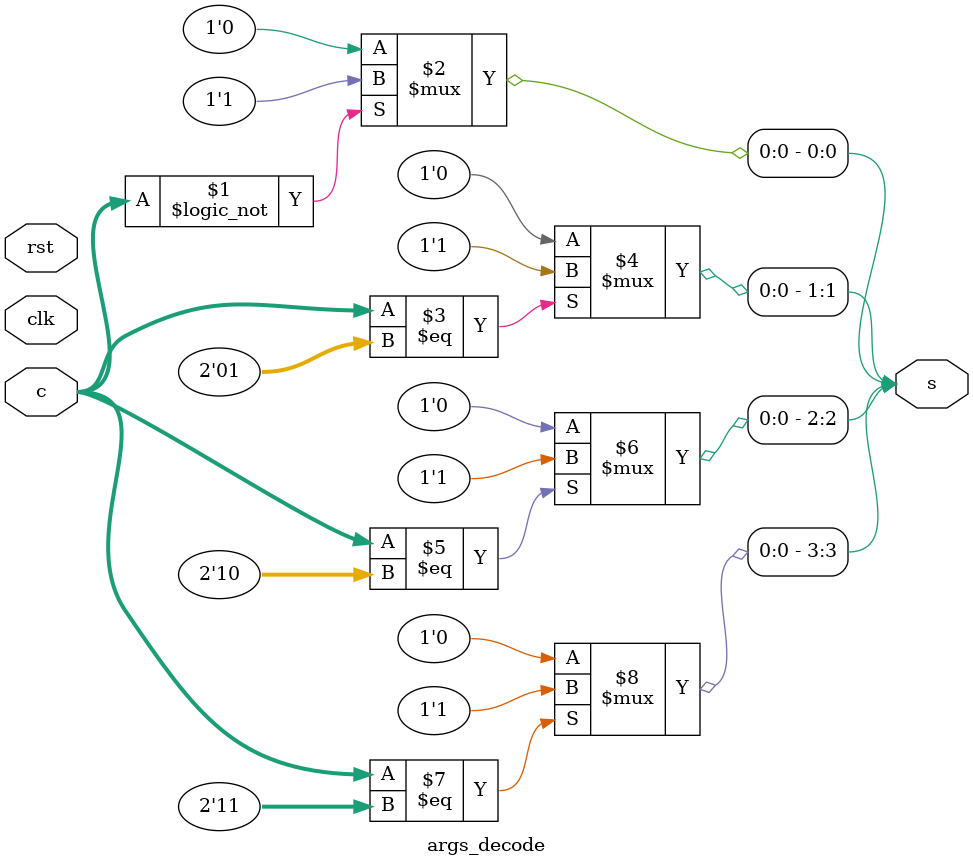
<source format=v>
/********************************************************************************
// @project       Object Detection & Tracking Uint(ODTU)
// @filename      args_decode.v
// @author        3book
// @description   
// @created       2019-11-06T18:14:10.430Z+08:00
// @copyright     Copyright (c) 2019 
// @last-modified 2020-03-31T22:18:44.718Z+08:00
*******************************************************************************/
`timescale 1ns/100ps
module args_decode #(                           
parameter N = 2    //in data width 
)(
input          clk,
input          rst,
input [N-1:0]  c  , //channel number
output[2**N-1:0] s  //channel select
);
// wire [N-1:0]    m [2**N-1:0];
genvar i;
generate
    for (i=0;i<2**N;i=i+1) begin
        // assign m[i] = i; 
        localparam [N-1:0] M=i;
        assign s[i] = (c==M) ? 1'b1:1'b0; 
    end
endgenerate

// SRLC32E #(
//     .INIT(32'h00000000) // Initial Value of Shift Register
// ) SRLC32E_inst (
//     .Q(Q),     // SRL data output
//     .Q31(Q31), // SRL cascade output pin
//     .A(A),     // 5-bit shift depth select input
//     .CE(CE),   // Clock enable input
//     .CLK(CLK), // Clock input
//     .D(D)      // SRL data input
// );

// SRL16E #(
//       .INIT(16'h0000) // Initial Value of Shift Register
//    ) SRL16E_inst (
//       .Q(Q),       // SRL data output
//       .A0(A0),     // Select[0] input
//       .A1(A1),     // Select[1] input
//       .A2(A2),     // Select[2] input
//       .A3(A3),     // Select[3] input
//       .CE(CE),     // Clock enable input
//       .CLK(CLK),   // Clock input
//       .D(D)        // SRL data input
//    );
endmodule
</source>
